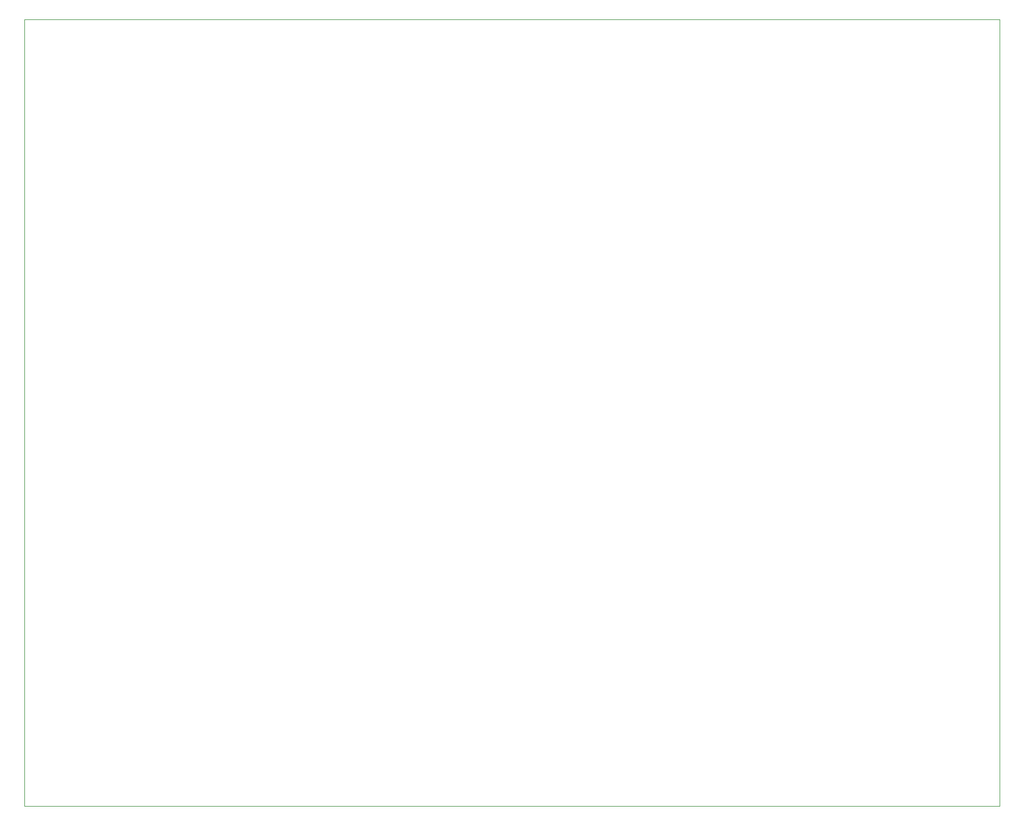
<source format=gbr>
%TF.GenerationSoftware,KiCad,Pcbnew,5.1.6-c6e7f7d~86~ubuntu18.04.1*%
%TF.CreationDate,2020-05-20T11:00:07-07:00*%
%TF.ProjectId,Cal_Station,43616c5f-5374-4617-9469-6f6e2e6b6963,rev?*%
%TF.SameCoordinates,Original*%
%TF.FileFunction,Profile,NP*%
%FSLAX46Y46*%
G04 Gerber Fmt 4.6, Leading zero omitted, Abs format (unit mm)*
G04 Created by KiCad (PCBNEW 5.1.6-c6e7f7d~86~ubuntu18.04.1) date 2020-05-20 11:00:07*
%MOMM*%
%LPD*%
G01*
G04 APERTURE LIST*
%TA.AperFunction,Profile*%
%ADD10C,0.050000*%
%TD*%
G04 APERTURE END LIST*
D10*
X37540000Y-27920000D02*
X37540000Y-148050000D01*
X186460000Y-27920000D02*
X37540000Y-27920000D01*
X186460000Y-148050000D02*
X186460000Y-27920000D01*
X37540000Y-148050000D02*
X186460000Y-148050000D01*
M02*

</source>
